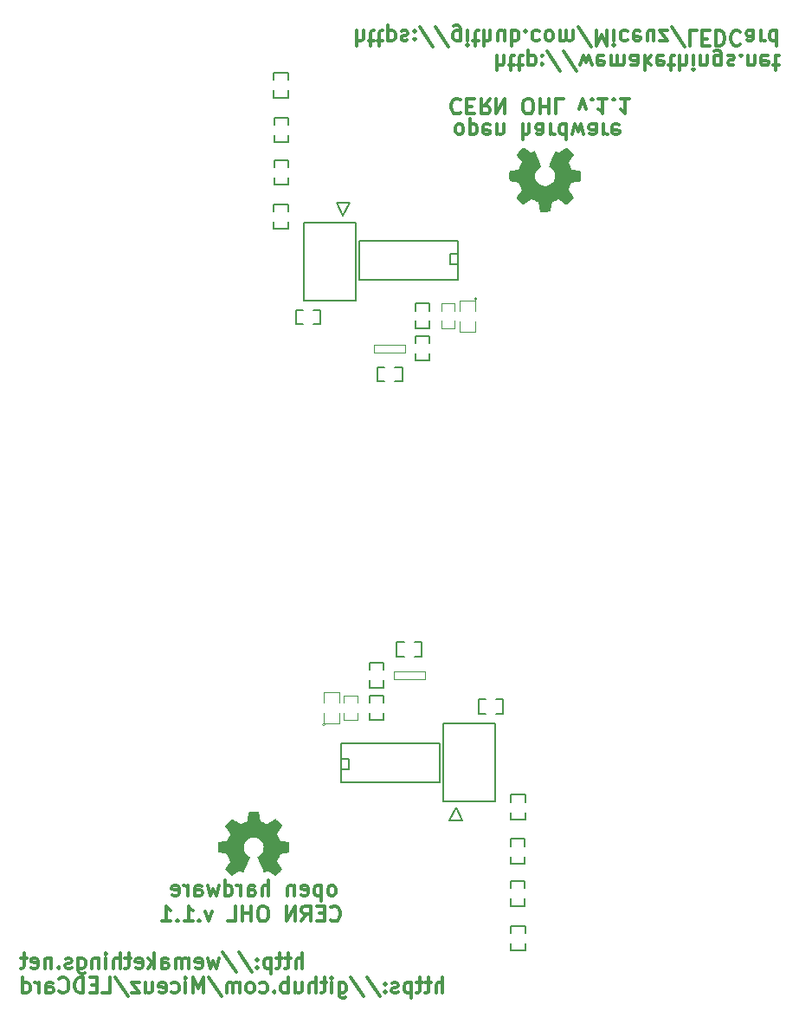
<source format=gbo>
G04 (created by PCBNEW (2013-mar-13)-testing) date Sat 12 Oct 2013 01:57:42 PM CEST*
%MOIN*%
G04 Gerber Fmt 3.4, Leading zero omitted, Abs format*
%FSLAX34Y34*%
G01*
G70*
G90*
G04 APERTURE LIST*
%ADD10C,0.005906*%
%ADD11C,0.011811*%
%ADD12C,0.000100*%
%ADD13C,0.005000*%
%ADD14C,0.004700*%
%ADD15C,0.008000*%
%ADD16C,0.003900*%
G04 APERTURE END LIST*
G54D10*
G54D11*
X21062Y-42314D02*
X21119Y-42286D01*
X21147Y-42258D01*
X21175Y-42201D01*
X21175Y-42033D01*
X21147Y-41976D01*
X21119Y-41948D01*
X21062Y-41920D01*
X20978Y-41920D01*
X20922Y-41948D01*
X20894Y-41976D01*
X20866Y-42033D01*
X20866Y-42201D01*
X20894Y-42258D01*
X20922Y-42286D01*
X20978Y-42314D01*
X21062Y-42314D01*
X20613Y-41920D02*
X20613Y-42511D01*
X20613Y-41948D02*
X20556Y-41920D01*
X20444Y-41920D01*
X20388Y-41948D01*
X20359Y-41976D01*
X20331Y-42033D01*
X20331Y-42201D01*
X20359Y-42258D01*
X20388Y-42286D01*
X20444Y-42314D01*
X20556Y-42314D01*
X20613Y-42286D01*
X19853Y-42286D02*
X19910Y-42314D01*
X20022Y-42314D01*
X20078Y-42286D01*
X20106Y-42230D01*
X20106Y-42005D01*
X20078Y-41948D01*
X20022Y-41920D01*
X19910Y-41920D01*
X19853Y-41948D01*
X19825Y-42005D01*
X19825Y-42061D01*
X20106Y-42117D01*
X19572Y-41920D02*
X19572Y-42314D01*
X19572Y-41976D02*
X19544Y-41948D01*
X19488Y-41920D01*
X19403Y-41920D01*
X19347Y-41948D01*
X19319Y-42005D01*
X19319Y-42314D01*
X18588Y-42314D02*
X18588Y-41723D01*
X18335Y-42314D02*
X18335Y-42005D01*
X18363Y-41948D01*
X18419Y-41920D01*
X18503Y-41920D01*
X18560Y-41948D01*
X18588Y-41976D01*
X17800Y-42314D02*
X17800Y-42005D01*
X17829Y-41948D01*
X17885Y-41920D01*
X17997Y-41920D01*
X18053Y-41948D01*
X17800Y-42286D02*
X17857Y-42314D01*
X17997Y-42314D01*
X18053Y-42286D01*
X18082Y-42230D01*
X18082Y-42173D01*
X18053Y-42117D01*
X17997Y-42089D01*
X17857Y-42089D01*
X17800Y-42061D01*
X17519Y-42314D02*
X17519Y-41920D01*
X17519Y-42033D02*
X17491Y-41976D01*
X17463Y-41948D01*
X17407Y-41920D01*
X17350Y-41920D01*
X16901Y-42314D02*
X16901Y-41723D01*
X16901Y-42286D02*
X16957Y-42314D01*
X17069Y-42314D01*
X17125Y-42286D01*
X17154Y-42258D01*
X17182Y-42201D01*
X17182Y-42033D01*
X17154Y-41976D01*
X17125Y-41948D01*
X17069Y-41920D01*
X16957Y-41920D01*
X16901Y-41948D01*
X16676Y-41920D02*
X16563Y-42314D01*
X16451Y-42033D01*
X16338Y-42314D01*
X16226Y-41920D01*
X15748Y-42314D02*
X15748Y-42005D01*
X15776Y-41948D01*
X15832Y-41920D01*
X15944Y-41920D01*
X16001Y-41948D01*
X15748Y-42286D02*
X15804Y-42314D01*
X15944Y-42314D01*
X16001Y-42286D01*
X16029Y-42230D01*
X16029Y-42173D01*
X16001Y-42117D01*
X15944Y-42089D01*
X15804Y-42089D01*
X15748Y-42061D01*
X15466Y-42314D02*
X15466Y-41920D01*
X15466Y-42033D02*
X15438Y-41976D01*
X15410Y-41948D01*
X15354Y-41920D01*
X15298Y-41920D01*
X14876Y-42286D02*
X14932Y-42314D01*
X15044Y-42314D01*
X15101Y-42286D01*
X15129Y-42230D01*
X15129Y-42005D01*
X15101Y-41948D01*
X15044Y-41920D01*
X14932Y-41920D01*
X14876Y-41948D01*
X14848Y-42005D01*
X14848Y-42061D01*
X15129Y-42117D01*
X20978Y-43242D02*
X21006Y-43270D01*
X21091Y-43298D01*
X21147Y-43298D01*
X21231Y-43270D01*
X21287Y-43214D01*
X21316Y-43158D01*
X21344Y-43045D01*
X21344Y-42961D01*
X21316Y-42848D01*
X21287Y-42792D01*
X21231Y-42736D01*
X21147Y-42708D01*
X21091Y-42708D01*
X21006Y-42736D01*
X20978Y-42764D01*
X20725Y-42989D02*
X20528Y-42989D01*
X20444Y-43298D02*
X20725Y-43298D01*
X20725Y-42708D01*
X20444Y-42708D01*
X19853Y-43298D02*
X20050Y-43017D01*
X20191Y-43298D02*
X20191Y-42708D01*
X19966Y-42708D01*
X19910Y-42736D01*
X19881Y-42764D01*
X19853Y-42820D01*
X19853Y-42904D01*
X19881Y-42961D01*
X19910Y-42989D01*
X19966Y-43017D01*
X20191Y-43017D01*
X19600Y-43298D02*
X19600Y-42708D01*
X19263Y-43298D01*
X19263Y-42708D01*
X18419Y-42708D02*
X18307Y-42708D01*
X18250Y-42736D01*
X18194Y-42792D01*
X18166Y-42904D01*
X18166Y-43101D01*
X18194Y-43214D01*
X18250Y-43270D01*
X18307Y-43298D01*
X18419Y-43298D01*
X18475Y-43270D01*
X18532Y-43214D01*
X18560Y-43101D01*
X18560Y-42904D01*
X18532Y-42792D01*
X18475Y-42736D01*
X18419Y-42708D01*
X17913Y-43298D02*
X17913Y-42708D01*
X17913Y-42989D02*
X17575Y-42989D01*
X17575Y-43298D02*
X17575Y-42708D01*
X17013Y-43298D02*
X17294Y-43298D01*
X17294Y-42708D01*
X16422Y-42904D02*
X16282Y-43298D01*
X16141Y-42904D01*
X15916Y-43242D02*
X15888Y-43270D01*
X15916Y-43298D01*
X15944Y-43270D01*
X15916Y-43242D01*
X15916Y-43298D01*
X15326Y-43298D02*
X15663Y-43298D01*
X15494Y-43298D02*
X15494Y-42708D01*
X15551Y-42792D01*
X15607Y-42848D01*
X15663Y-42876D01*
X15073Y-43242D02*
X15044Y-43270D01*
X15073Y-43298D01*
X15101Y-43270D01*
X15073Y-43242D01*
X15073Y-43298D01*
X14482Y-43298D02*
X14820Y-43298D01*
X14651Y-43298D02*
X14651Y-42708D01*
X14707Y-42792D01*
X14763Y-42848D01*
X14820Y-42876D01*
X19887Y-45109D02*
X19887Y-44519D01*
X19634Y-45109D02*
X19634Y-44800D01*
X19662Y-44744D01*
X19718Y-44715D01*
X19803Y-44715D01*
X19859Y-44744D01*
X19887Y-44772D01*
X19437Y-44715D02*
X19212Y-44715D01*
X19353Y-44519D02*
X19353Y-45025D01*
X19325Y-45081D01*
X19268Y-45109D01*
X19212Y-45109D01*
X19100Y-44715D02*
X18875Y-44715D01*
X19015Y-44519D02*
X19015Y-45025D01*
X18987Y-45081D01*
X18931Y-45109D01*
X18875Y-45109D01*
X18678Y-44715D02*
X18678Y-45306D01*
X18678Y-44744D02*
X18622Y-44715D01*
X18509Y-44715D01*
X18453Y-44744D01*
X18425Y-44772D01*
X18397Y-44828D01*
X18397Y-44997D01*
X18425Y-45053D01*
X18453Y-45081D01*
X18509Y-45109D01*
X18622Y-45109D01*
X18678Y-45081D01*
X18143Y-45053D02*
X18115Y-45081D01*
X18143Y-45109D01*
X18172Y-45081D01*
X18143Y-45053D01*
X18143Y-45109D01*
X18143Y-44744D02*
X18115Y-44772D01*
X18143Y-44800D01*
X18172Y-44772D01*
X18143Y-44744D01*
X18143Y-44800D01*
X17440Y-44491D02*
X17947Y-45250D01*
X16822Y-44491D02*
X17328Y-45250D01*
X16681Y-44715D02*
X16569Y-45109D01*
X16456Y-44828D01*
X16344Y-45109D01*
X16231Y-44715D01*
X15781Y-45081D02*
X15838Y-45109D01*
X15950Y-45109D01*
X16006Y-45081D01*
X16034Y-45025D01*
X16034Y-44800D01*
X16006Y-44744D01*
X15950Y-44715D01*
X15838Y-44715D01*
X15781Y-44744D01*
X15753Y-44800D01*
X15753Y-44856D01*
X16034Y-44912D01*
X15500Y-45109D02*
X15500Y-44715D01*
X15500Y-44772D02*
X15472Y-44744D01*
X15416Y-44715D01*
X15331Y-44715D01*
X15275Y-44744D01*
X15247Y-44800D01*
X15247Y-45109D01*
X15247Y-44800D02*
X15219Y-44744D01*
X15163Y-44715D01*
X15078Y-44715D01*
X15022Y-44744D01*
X14994Y-44800D01*
X14994Y-45109D01*
X14460Y-45109D02*
X14460Y-44800D01*
X14488Y-44744D01*
X14544Y-44715D01*
X14656Y-44715D01*
X14713Y-44744D01*
X14460Y-45081D02*
X14516Y-45109D01*
X14656Y-45109D01*
X14713Y-45081D01*
X14741Y-45025D01*
X14741Y-44969D01*
X14713Y-44912D01*
X14656Y-44884D01*
X14516Y-44884D01*
X14460Y-44856D01*
X14178Y-45109D02*
X14178Y-44519D01*
X14122Y-44884D02*
X13953Y-45109D01*
X13953Y-44715D02*
X14178Y-44940D01*
X13475Y-45081D02*
X13532Y-45109D01*
X13644Y-45109D01*
X13700Y-45081D01*
X13728Y-45025D01*
X13728Y-44800D01*
X13700Y-44744D01*
X13644Y-44715D01*
X13532Y-44715D01*
X13475Y-44744D01*
X13447Y-44800D01*
X13447Y-44856D01*
X13728Y-44912D01*
X13278Y-44715D02*
X13053Y-44715D01*
X13194Y-44519D02*
X13194Y-45025D01*
X13166Y-45081D01*
X13110Y-45109D01*
X13053Y-45109D01*
X12857Y-45109D02*
X12857Y-44519D01*
X12604Y-45109D02*
X12604Y-44800D01*
X12632Y-44744D01*
X12688Y-44715D01*
X12772Y-44715D01*
X12829Y-44744D01*
X12857Y-44772D01*
X12322Y-45109D02*
X12322Y-44715D01*
X12322Y-44519D02*
X12350Y-44547D01*
X12322Y-44575D01*
X12294Y-44547D01*
X12322Y-44519D01*
X12322Y-44575D01*
X12041Y-44715D02*
X12041Y-45109D01*
X12041Y-44772D02*
X12013Y-44744D01*
X11957Y-44715D01*
X11872Y-44715D01*
X11816Y-44744D01*
X11788Y-44800D01*
X11788Y-45109D01*
X11254Y-44715D02*
X11254Y-45194D01*
X11282Y-45250D01*
X11310Y-45278D01*
X11366Y-45306D01*
X11451Y-45306D01*
X11507Y-45278D01*
X11254Y-45081D02*
X11310Y-45109D01*
X11422Y-45109D01*
X11479Y-45081D01*
X11507Y-45053D01*
X11535Y-44997D01*
X11535Y-44828D01*
X11507Y-44772D01*
X11479Y-44744D01*
X11422Y-44715D01*
X11310Y-44715D01*
X11254Y-44744D01*
X11001Y-45081D02*
X10944Y-45109D01*
X10832Y-45109D01*
X10776Y-45081D01*
X10748Y-45025D01*
X10748Y-44997D01*
X10776Y-44940D01*
X10832Y-44912D01*
X10916Y-44912D01*
X10973Y-44884D01*
X11001Y-44828D01*
X11001Y-44800D01*
X10973Y-44744D01*
X10916Y-44715D01*
X10832Y-44715D01*
X10776Y-44744D01*
X10494Y-45053D02*
X10466Y-45081D01*
X10494Y-45109D01*
X10523Y-45081D01*
X10494Y-45053D01*
X10494Y-45109D01*
X10213Y-44715D02*
X10213Y-45109D01*
X10213Y-44772D02*
X10185Y-44744D01*
X10129Y-44715D01*
X10044Y-44715D01*
X9988Y-44744D01*
X9960Y-44800D01*
X9960Y-45109D01*
X9454Y-45081D02*
X9510Y-45109D01*
X9623Y-45109D01*
X9679Y-45081D01*
X9707Y-45025D01*
X9707Y-44800D01*
X9679Y-44744D01*
X9623Y-44715D01*
X9510Y-44715D01*
X9454Y-44744D01*
X9426Y-44800D01*
X9426Y-44856D01*
X9707Y-44912D01*
X9257Y-44715D02*
X9032Y-44715D01*
X9173Y-44519D02*
X9173Y-45025D01*
X9145Y-45081D01*
X9088Y-45109D01*
X9032Y-45109D01*
X25286Y-46054D02*
X25286Y-45464D01*
X25033Y-46054D02*
X25033Y-45745D01*
X25061Y-45688D01*
X25118Y-45660D01*
X25202Y-45660D01*
X25258Y-45688D01*
X25286Y-45717D01*
X24836Y-45660D02*
X24611Y-45660D01*
X24752Y-45464D02*
X24752Y-45970D01*
X24724Y-46026D01*
X24668Y-46054D01*
X24611Y-46054D01*
X24499Y-45660D02*
X24274Y-45660D01*
X24415Y-45464D02*
X24415Y-45970D01*
X24386Y-46026D01*
X24330Y-46054D01*
X24274Y-46054D01*
X24077Y-45660D02*
X24077Y-46251D01*
X24077Y-45688D02*
X24021Y-45660D01*
X23908Y-45660D01*
X23852Y-45688D01*
X23824Y-45717D01*
X23796Y-45773D01*
X23796Y-45942D01*
X23824Y-45998D01*
X23852Y-46026D01*
X23908Y-46054D01*
X24021Y-46054D01*
X24077Y-46026D01*
X23571Y-46026D02*
X23515Y-46054D01*
X23402Y-46054D01*
X23346Y-46026D01*
X23318Y-45970D01*
X23318Y-45942D01*
X23346Y-45885D01*
X23402Y-45857D01*
X23487Y-45857D01*
X23543Y-45829D01*
X23571Y-45773D01*
X23571Y-45745D01*
X23543Y-45688D01*
X23487Y-45660D01*
X23402Y-45660D01*
X23346Y-45688D01*
X23065Y-45998D02*
X23037Y-46026D01*
X23065Y-46054D01*
X23093Y-46026D01*
X23065Y-45998D01*
X23065Y-46054D01*
X23065Y-45688D02*
X23037Y-45717D01*
X23065Y-45745D01*
X23093Y-45717D01*
X23065Y-45688D01*
X23065Y-45745D01*
X22362Y-45435D02*
X22868Y-46195D01*
X21743Y-45435D02*
X22249Y-46195D01*
X21293Y-45660D02*
X21293Y-46138D01*
X21321Y-46195D01*
X21349Y-46223D01*
X21406Y-46251D01*
X21490Y-46251D01*
X21546Y-46223D01*
X21293Y-46026D02*
X21349Y-46054D01*
X21462Y-46054D01*
X21518Y-46026D01*
X21546Y-45998D01*
X21574Y-45942D01*
X21574Y-45773D01*
X21546Y-45717D01*
X21518Y-45688D01*
X21462Y-45660D01*
X21349Y-45660D01*
X21293Y-45688D01*
X21012Y-46054D02*
X21012Y-45660D01*
X21012Y-45464D02*
X21040Y-45492D01*
X21012Y-45520D01*
X20984Y-45492D01*
X21012Y-45464D01*
X21012Y-45520D01*
X20815Y-45660D02*
X20590Y-45660D01*
X20731Y-45464D02*
X20731Y-45970D01*
X20703Y-46026D01*
X20646Y-46054D01*
X20590Y-46054D01*
X20393Y-46054D02*
X20393Y-45464D01*
X20140Y-46054D02*
X20140Y-45745D01*
X20168Y-45688D01*
X20224Y-45660D01*
X20309Y-45660D01*
X20365Y-45688D01*
X20393Y-45717D01*
X19606Y-45660D02*
X19606Y-46054D01*
X19859Y-45660D02*
X19859Y-45970D01*
X19831Y-46026D01*
X19775Y-46054D01*
X19690Y-46054D01*
X19634Y-46026D01*
X19606Y-45998D01*
X19325Y-46054D02*
X19325Y-45464D01*
X19325Y-45688D02*
X19268Y-45660D01*
X19156Y-45660D01*
X19100Y-45688D01*
X19071Y-45717D01*
X19043Y-45773D01*
X19043Y-45942D01*
X19071Y-45998D01*
X19100Y-46026D01*
X19156Y-46054D01*
X19268Y-46054D01*
X19325Y-46026D01*
X18790Y-45998D02*
X18762Y-46026D01*
X18790Y-46054D01*
X18818Y-46026D01*
X18790Y-45998D01*
X18790Y-46054D01*
X18256Y-46026D02*
X18312Y-46054D01*
X18425Y-46054D01*
X18481Y-46026D01*
X18509Y-45998D01*
X18537Y-45942D01*
X18537Y-45773D01*
X18509Y-45717D01*
X18481Y-45688D01*
X18425Y-45660D01*
X18312Y-45660D01*
X18256Y-45688D01*
X17919Y-46054D02*
X17975Y-46026D01*
X18003Y-45998D01*
X18031Y-45942D01*
X18031Y-45773D01*
X18003Y-45717D01*
X17975Y-45688D01*
X17919Y-45660D01*
X17834Y-45660D01*
X17778Y-45688D01*
X17750Y-45717D01*
X17722Y-45773D01*
X17722Y-45942D01*
X17750Y-45998D01*
X17778Y-46026D01*
X17834Y-46054D01*
X17919Y-46054D01*
X17469Y-46054D02*
X17469Y-45660D01*
X17469Y-45717D02*
X17440Y-45688D01*
X17384Y-45660D01*
X17300Y-45660D01*
X17244Y-45688D01*
X17215Y-45745D01*
X17215Y-46054D01*
X17215Y-45745D02*
X17187Y-45688D01*
X17131Y-45660D01*
X17047Y-45660D01*
X16991Y-45688D01*
X16962Y-45745D01*
X16962Y-46054D01*
X16259Y-45435D02*
X16766Y-46195D01*
X16062Y-46054D02*
X16062Y-45464D01*
X15866Y-45885D01*
X15669Y-45464D01*
X15669Y-46054D01*
X15388Y-46054D02*
X15388Y-45660D01*
X15388Y-45464D02*
X15416Y-45492D01*
X15388Y-45520D01*
X15359Y-45492D01*
X15388Y-45464D01*
X15388Y-45520D01*
X14853Y-46026D02*
X14910Y-46054D01*
X15022Y-46054D01*
X15078Y-46026D01*
X15106Y-45998D01*
X15134Y-45942D01*
X15134Y-45773D01*
X15106Y-45717D01*
X15078Y-45688D01*
X15022Y-45660D01*
X14910Y-45660D01*
X14853Y-45688D01*
X14375Y-46026D02*
X14431Y-46054D01*
X14544Y-46054D01*
X14600Y-46026D01*
X14628Y-45970D01*
X14628Y-45745D01*
X14600Y-45688D01*
X14544Y-45660D01*
X14431Y-45660D01*
X14375Y-45688D01*
X14347Y-45745D01*
X14347Y-45801D01*
X14628Y-45857D01*
X13841Y-45660D02*
X13841Y-46054D01*
X14094Y-45660D02*
X14094Y-45970D01*
X14066Y-46026D01*
X14010Y-46054D01*
X13925Y-46054D01*
X13869Y-46026D01*
X13841Y-45998D01*
X13616Y-45660D02*
X13307Y-45660D01*
X13616Y-46054D01*
X13307Y-46054D01*
X12660Y-45435D02*
X13166Y-46195D01*
X12182Y-46054D02*
X12463Y-46054D01*
X12463Y-45464D01*
X11985Y-45745D02*
X11788Y-45745D01*
X11704Y-46054D02*
X11985Y-46054D01*
X11985Y-45464D01*
X11704Y-45464D01*
X11451Y-46054D02*
X11451Y-45464D01*
X11310Y-45464D01*
X11226Y-45492D01*
X11169Y-45548D01*
X11141Y-45604D01*
X11113Y-45717D01*
X11113Y-45801D01*
X11141Y-45913D01*
X11169Y-45970D01*
X11226Y-46026D01*
X11310Y-46054D01*
X11451Y-46054D01*
X10523Y-45998D02*
X10551Y-46026D01*
X10635Y-46054D01*
X10691Y-46054D01*
X10776Y-46026D01*
X10832Y-45970D01*
X10860Y-45913D01*
X10888Y-45801D01*
X10888Y-45717D01*
X10860Y-45604D01*
X10832Y-45548D01*
X10776Y-45492D01*
X10691Y-45464D01*
X10635Y-45464D01*
X10551Y-45492D01*
X10523Y-45520D01*
X10016Y-46054D02*
X10016Y-45745D01*
X10044Y-45688D01*
X10101Y-45660D01*
X10213Y-45660D01*
X10269Y-45688D01*
X10016Y-46026D02*
X10073Y-46054D01*
X10213Y-46054D01*
X10269Y-46026D01*
X10298Y-45970D01*
X10298Y-45913D01*
X10269Y-45857D01*
X10213Y-45829D01*
X10073Y-45829D01*
X10016Y-45801D01*
X9735Y-46054D02*
X9735Y-45660D01*
X9735Y-45773D02*
X9707Y-45717D01*
X9679Y-45688D01*
X9623Y-45660D01*
X9566Y-45660D01*
X9116Y-46054D02*
X9116Y-45464D01*
X9116Y-46026D02*
X9173Y-46054D01*
X9285Y-46054D01*
X9341Y-46026D01*
X9370Y-45998D01*
X9398Y-45942D01*
X9398Y-45773D01*
X9370Y-45717D01*
X9341Y-45688D01*
X9285Y-45660D01*
X9173Y-45660D01*
X9116Y-45688D01*
X25970Y-11698D02*
X25942Y-11670D01*
X25857Y-11642D01*
X25801Y-11642D01*
X25717Y-11670D01*
X25660Y-11726D01*
X25632Y-11782D01*
X25604Y-11895D01*
X25604Y-11979D01*
X25632Y-12092D01*
X25660Y-12148D01*
X25717Y-12204D01*
X25801Y-12232D01*
X25857Y-12232D01*
X25942Y-12204D01*
X25970Y-12176D01*
X26223Y-11951D02*
X26420Y-11951D01*
X26504Y-11642D02*
X26223Y-11642D01*
X26223Y-12232D01*
X26504Y-12232D01*
X27095Y-11642D02*
X26898Y-11923D01*
X26757Y-11642D02*
X26757Y-12232D01*
X26982Y-12232D01*
X27038Y-12204D01*
X27066Y-12176D01*
X27095Y-12120D01*
X27095Y-12035D01*
X27066Y-11979D01*
X27038Y-11951D01*
X26982Y-11923D01*
X26757Y-11923D01*
X27348Y-11642D02*
X27348Y-12232D01*
X27685Y-11642D01*
X27685Y-12232D01*
X28529Y-12232D02*
X28641Y-12232D01*
X28697Y-12204D01*
X28754Y-12148D01*
X28782Y-12035D01*
X28782Y-11839D01*
X28754Y-11726D01*
X28697Y-11670D01*
X28641Y-11642D01*
X28529Y-11642D01*
X28473Y-11670D01*
X28416Y-11726D01*
X28388Y-11839D01*
X28388Y-12035D01*
X28416Y-12148D01*
X28473Y-12204D01*
X28529Y-12232D01*
X29035Y-11642D02*
X29035Y-12232D01*
X29035Y-11951D02*
X29372Y-11951D01*
X29372Y-11642D02*
X29372Y-12232D01*
X29935Y-11642D02*
X29654Y-11642D01*
X29654Y-12232D01*
X30525Y-12035D02*
X30666Y-11642D01*
X30807Y-12035D01*
X31032Y-11698D02*
X31060Y-11670D01*
X31032Y-11642D01*
X31003Y-11670D01*
X31032Y-11698D01*
X31032Y-11642D01*
X31622Y-11642D02*
X31285Y-11642D01*
X31453Y-11642D02*
X31453Y-12232D01*
X31397Y-12148D01*
X31341Y-12092D01*
X31285Y-12064D01*
X31875Y-11698D02*
X31903Y-11670D01*
X31875Y-11642D01*
X31847Y-11670D01*
X31875Y-11698D01*
X31875Y-11642D01*
X32466Y-11642D02*
X32128Y-11642D01*
X32297Y-11642D02*
X32297Y-12232D01*
X32241Y-12148D01*
X32185Y-12092D01*
X32128Y-12064D01*
X25885Y-12626D02*
X25829Y-12654D01*
X25801Y-12682D01*
X25773Y-12739D01*
X25773Y-12907D01*
X25801Y-12964D01*
X25829Y-12992D01*
X25885Y-13020D01*
X25970Y-13020D01*
X26026Y-12992D01*
X26054Y-12964D01*
X26082Y-12907D01*
X26082Y-12739D01*
X26054Y-12682D01*
X26026Y-12654D01*
X25970Y-12626D01*
X25885Y-12626D01*
X26335Y-13020D02*
X26335Y-12429D01*
X26335Y-12992D02*
X26392Y-13020D01*
X26504Y-13020D01*
X26560Y-12992D01*
X26588Y-12964D01*
X26616Y-12907D01*
X26616Y-12739D01*
X26588Y-12682D01*
X26560Y-12654D01*
X26504Y-12626D01*
X26392Y-12626D01*
X26335Y-12654D01*
X27095Y-12654D02*
X27038Y-12626D01*
X26926Y-12626D01*
X26870Y-12654D01*
X26841Y-12710D01*
X26841Y-12935D01*
X26870Y-12992D01*
X26926Y-13020D01*
X27038Y-13020D01*
X27095Y-12992D01*
X27123Y-12935D01*
X27123Y-12879D01*
X26841Y-12823D01*
X27376Y-13020D02*
X27376Y-12626D01*
X27376Y-12964D02*
X27404Y-12992D01*
X27460Y-13020D01*
X27544Y-13020D01*
X27601Y-12992D01*
X27629Y-12935D01*
X27629Y-12626D01*
X28360Y-12626D02*
X28360Y-13217D01*
X28613Y-12626D02*
X28613Y-12935D01*
X28585Y-12992D01*
X28529Y-13020D01*
X28444Y-13020D01*
X28388Y-12992D01*
X28360Y-12964D01*
X29147Y-12626D02*
X29147Y-12935D01*
X29119Y-12992D01*
X29063Y-13020D01*
X28951Y-13020D01*
X28894Y-12992D01*
X29147Y-12654D02*
X29091Y-12626D01*
X28951Y-12626D01*
X28894Y-12654D01*
X28866Y-12710D01*
X28866Y-12767D01*
X28894Y-12823D01*
X28951Y-12851D01*
X29091Y-12851D01*
X29147Y-12879D01*
X29429Y-12626D02*
X29429Y-13020D01*
X29429Y-12907D02*
X29457Y-12964D01*
X29485Y-12992D01*
X29541Y-13020D01*
X29597Y-13020D01*
X30047Y-12626D02*
X30047Y-13217D01*
X30047Y-12654D02*
X29991Y-12626D01*
X29879Y-12626D01*
X29822Y-12654D01*
X29794Y-12682D01*
X29766Y-12739D01*
X29766Y-12907D01*
X29794Y-12964D01*
X29822Y-12992D01*
X29879Y-13020D01*
X29991Y-13020D01*
X30047Y-12992D01*
X30272Y-13020D02*
X30385Y-12626D01*
X30497Y-12907D01*
X30610Y-12626D01*
X30722Y-13020D01*
X31200Y-12626D02*
X31200Y-12935D01*
X31172Y-12992D01*
X31116Y-13020D01*
X31003Y-13020D01*
X30947Y-12992D01*
X31200Y-12654D02*
X31144Y-12626D01*
X31003Y-12626D01*
X30947Y-12654D01*
X30919Y-12710D01*
X30919Y-12767D01*
X30947Y-12823D01*
X31003Y-12851D01*
X31144Y-12851D01*
X31200Y-12879D01*
X31482Y-12626D02*
X31482Y-13020D01*
X31482Y-12907D02*
X31510Y-12964D01*
X31538Y-12992D01*
X31594Y-13020D01*
X31650Y-13020D01*
X32072Y-12654D02*
X32016Y-12626D01*
X31903Y-12626D01*
X31847Y-12654D01*
X31819Y-12710D01*
X31819Y-12935D01*
X31847Y-12992D01*
X31903Y-13020D01*
X32016Y-13020D01*
X32072Y-12992D01*
X32100Y-12935D01*
X32100Y-12879D01*
X31819Y-12823D01*
X27376Y-9969D02*
X27376Y-10559D01*
X27629Y-9969D02*
X27629Y-10278D01*
X27601Y-10334D01*
X27544Y-10362D01*
X27460Y-10362D01*
X27404Y-10334D01*
X27376Y-10306D01*
X27826Y-10362D02*
X28051Y-10362D01*
X27910Y-10559D02*
X27910Y-10053D01*
X27938Y-9997D01*
X27994Y-9969D01*
X28051Y-9969D01*
X28163Y-10362D02*
X28388Y-10362D01*
X28248Y-10559D02*
X28248Y-10053D01*
X28276Y-9997D01*
X28332Y-9969D01*
X28388Y-9969D01*
X28585Y-10362D02*
X28585Y-9772D01*
X28585Y-10334D02*
X28641Y-10362D01*
X28754Y-10362D01*
X28810Y-10334D01*
X28838Y-10306D01*
X28866Y-10250D01*
X28866Y-10081D01*
X28838Y-10025D01*
X28810Y-9997D01*
X28754Y-9969D01*
X28641Y-9969D01*
X28585Y-9997D01*
X29119Y-10025D02*
X29147Y-9997D01*
X29119Y-9969D01*
X29091Y-9997D01*
X29119Y-10025D01*
X29119Y-9969D01*
X29119Y-10334D02*
X29147Y-10306D01*
X29119Y-10278D01*
X29091Y-10306D01*
X29119Y-10334D01*
X29119Y-10278D01*
X29822Y-10587D02*
X29316Y-9828D01*
X30441Y-10587D02*
X29935Y-9828D01*
X30582Y-10362D02*
X30694Y-9969D01*
X30807Y-10250D01*
X30919Y-9969D01*
X31032Y-10362D01*
X31482Y-9997D02*
X31425Y-9969D01*
X31313Y-9969D01*
X31257Y-9997D01*
X31228Y-10053D01*
X31228Y-10278D01*
X31257Y-10334D01*
X31313Y-10362D01*
X31425Y-10362D01*
X31482Y-10334D01*
X31510Y-10278D01*
X31510Y-10222D01*
X31228Y-10165D01*
X31763Y-9969D02*
X31763Y-10362D01*
X31763Y-10306D02*
X31791Y-10334D01*
X31847Y-10362D01*
X31931Y-10362D01*
X31988Y-10334D01*
X32016Y-10278D01*
X32016Y-9969D01*
X32016Y-10278D02*
X32044Y-10334D01*
X32100Y-10362D01*
X32185Y-10362D01*
X32241Y-10334D01*
X32269Y-10278D01*
X32269Y-9969D01*
X32803Y-9969D02*
X32803Y-10278D01*
X32775Y-10334D01*
X32719Y-10362D01*
X32606Y-10362D01*
X32550Y-10334D01*
X32803Y-9997D02*
X32747Y-9969D01*
X32606Y-9969D01*
X32550Y-9997D01*
X32522Y-10053D01*
X32522Y-10109D01*
X32550Y-10165D01*
X32606Y-10194D01*
X32747Y-10194D01*
X32803Y-10222D01*
X33084Y-9969D02*
X33084Y-10559D01*
X33141Y-10194D02*
X33309Y-9969D01*
X33309Y-10362D02*
X33084Y-10137D01*
X33787Y-9997D02*
X33731Y-9969D01*
X33619Y-9969D01*
X33562Y-9997D01*
X33534Y-10053D01*
X33534Y-10278D01*
X33562Y-10334D01*
X33619Y-10362D01*
X33731Y-10362D01*
X33787Y-10334D01*
X33816Y-10278D01*
X33816Y-10222D01*
X33534Y-10165D01*
X33984Y-10362D02*
X34209Y-10362D01*
X34069Y-10559D02*
X34069Y-10053D01*
X34097Y-9997D01*
X34153Y-9969D01*
X34209Y-9969D01*
X34406Y-9969D02*
X34406Y-10559D01*
X34659Y-9969D02*
X34659Y-10278D01*
X34631Y-10334D01*
X34575Y-10362D01*
X34491Y-10362D01*
X34434Y-10334D01*
X34406Y-10306D01*
X34940Y-9969D02*
X34940Y-10362D01*
X34940Y-10559D02*
X34912Y-10531D01*
X34940Y-10503D01*
X34969Y-10531D01*
X34940Y-10559D01*
X34940Y-10503D01*
X35222Y-10362D02*
X35222Y-9969D01*
X35222Y-10306D02*
X35250Y-10334D01*
X35306Y-10362D01*
X35390Y-10362D01*
X35447Y-10334D01*
X35475Y-10278D01*
X35475Y-9969D01*
X36009Y-10362D02*
X36009Y-9884D01*
X35981Y-9828D01*
X35953Y-9800D01*
X35897Y-9772D01*
X35812Y-9772D01*
X35756Y-9800D01*
X36009Y-9997D02*
X35953Y-9969D01*
X35840Y-9969D01*
X35784Y-9997D01*
X35756Y-10025D01*
X35728Y-10081D01*
X35728Y-10250D01*
X35756Y-10306D01*
X35784Y-10334D01*
X35840Y-10362D01*
X35953Y-10362D01*
X36009Y-10334D01*
X36262Y-9997D02*
X36318Y-9969D01*
X36431Y-9969D01*
X36487Y-9997D01*
X36515Y-10053D01*
X36515Y-10081D01*
X36487Y-10137D01*
X36431Y-10165D01*
X36347Y-10165D01*
X36290Y-10194D01*
X36262Y-10250D01*
X36262Y-10278D01*
X36290Y-10334D01*
X36347Y-10362D01*
X36431Y-10362D01*
X36487Y-10334D01*
X36768Y-10025D02*
X36796Y-9997D01*
X36768Y-9969D01*
X36740Y-9997D01*
X36768Y-10025D01*
X36768Y-9969D01*
X37050Y-10362D02*
X37050Y-9969D01*
X37050Y-10306D02*
X37078Y-10334D01*
X37134Y-10362D01*
X37218Y-10362D01*
X37275Y-10334D01*
X37303Y-10278D01*
X37303Y-9969D01*
X37809Y-9997D02*
X37753Y-9969D01*
X37640Y-9969D01*
X37584Y-9997D01*
X37556Y-10053D01*
X37556Y-10278D01*
X37584Y-10334D01*
X37640Y-10362D01*
X37753Y-10362D01*
X37809Y-10334D01*
X37837Y-10278D01*
X37837Y-10222D01*
X37556Y-10165D01*
X38006Y-10362D02*
X38231Y-10362D01*
X38090Y-10559D02*
X38090Y-10053D01*
X38118Y-9997D01*
X38174Y-9969D01*
X38231Y-9969D01*
X21976Y-9024D02*
X21976Y-9614D01*
X22230Y-9024D02*
X22230Y-9333D01*
X22201Y-9389D01*
X22145Y-9417D01*
X22061Y-9417D01*
X22005Y-9389D01*
X21976Y-9361D01*
X22426Y-9417D02*
X22651Y-9417D01*
X22511Y-9614D02*
X22511Y-9108D01*
X22539Y-9052D01*
X22595Y-9024D01*
X22651Y-9024D01*
X22764Y-9417D02*
X22989Y-9417D01*
X22848Y-9614D02*
X22848Y-9108D01*
X22876Y-9052D01*
X22933Y-9024D01*
X22989Y-9024D01*
X23186Y-9417D02*
X23186Y-8827D01*
X23186Y-9389D02*
X23242Y-9417D01*
X23354Y-9417D01*
X23411Y-9389D01*
X23439Y-9361D01*
X23467Y-9305D01*
X23467Y-9136D01*
X23439Y-9080D01*
X23411Y-9052D01*
X23354Y-9024D01*
X23242Y-9024D01*
X23186Y-9052D01*
X23692Y-9052D02*
X23748Y-9024D01*
X23861Y-9024D01*
X23917Y-9052D01*
X23945Y-9108D01*
X23945Y-9136D01*
X23917Y-9192D01*
X23861Y-9221D01*
X23776Y-9221D01*
X23720Y-9249D01*
X23692Y-9305D01*
X23692Y-9333D01*
X23720Y-9389D01*
X23776Y-9417D01*
X23861Y-9417D01*
X23917Y-9389D01*
X24198Y-9080D02*
X24226Y-9052D01*
X24198Y-9024D01*
X24170Y-9052D01*
X24198Y-9080D01*
X24198Y-9024D01*
X24198Y-9389D02*
X24226Y-9361D01*
X24198Y-9333D01*
X24170Y-9361D01*
X24198Y-9389D01*
X24198Y-9333D01*
X24901Y-9642D02*
X24395Y-8883D01*
X25520Y-9642D02*
X25014Y-8883D01*
X25970Y-9417D02*
X25970Y-8939D01*
X25942Y-8883D01*
X25913Y-8855D01*
X25857Y-8827D01*
X25773Y-8827D01*
X25717Y-8855D01*
X25970Y-9052D02*
X25913Y-9024D01*
X25801Y-9024D01*
X25745Y-9052D01*
X25717Y-9080D01*
X25688Y-9136D01*
X25688Y-9305D01*
X25717Y-9361D01*
X25745Y-9389D01*
X25801Y-9417D01*
X25913Y-9417D01*
X25970Y-9389D01*
X26251Y-9024D02*
X26251Y-9417D01*
X26251Y-9614D02*
X26223Y-9586D01*
X26251Y-9558D01*
X26279Y-9586D01*
X26251Y-9614D01*
X26251Y-9558D01*
X26448Y-9417D02*
X26673Y-9417D01*
X26532Y-9614D02*
X26532Y-9108D01*
X26560Y-9052D01*
X26616Y-9024D01*
X26673Y-9024D01*
X26870Y-9024D02*
X26870Y-9614D01*
X27123Y-9024D02*
X27123Y-9333D01*
X27095Y-9389D01*
X27038Y-9417D01*
X26954Y-9417D01*
X26898Y-9389D01*
X26870Y-9361D01*
X27657Y-9417D02*
X27657Y-9024D01*
X27404Y-9417D02*
X27404Y-9108D01*
X27432Y-9052D01*
X27488Y-9024D01*
X27573Y-9024D01*
X27629Y-9052D01*
X27657Y-9080D01*
X27938Y-9024D02*
X27938Y-9614D01*
X27938Y-9389D02*
X27994Y-9417D01*
X28107Y-9417D01*
X28163Y-9389D01*
X28191Y-9361D01*
X28219Y-9305D01*
X28219Y-9136D01*
X28191Y-9080D01*
X28163Y-9052D01*
X28107Y-9024D01*
X27994Y-9024D01*
X27938Y-9052D01*
X28473Y-9080D02*
X28501Y-9052D01*
X28473Y-9024D01*
X28444Y-9052D01*
X28473Y-9080D01*
X28473Y-9024D01*
X29007Y-9052D02*
X28951Y-9024D01*
X28838Y-9024D01*
X28782Y-9052D01*
X28754Y-9080D01*
X28726Y-9136D01*
X28726Y-9305D01*
X28754Y-9361D01*
X28782Y-9389D01*
X28838Y-9417D01*
X28951Y-9417D01*
X29007Y-9389D01*
X29344Y-9024D02*
X29288Y-9052D01*
X29260Y-9080D01*
X29232Y-9136D01*
X29232Y-9305D01*
X29260Y-9361D01*
X29288Y-9389D01*
X29344Y-9417D01*
X29429Y-9417D01*
X29485Y-9389D01*
X29513Y-9361D01*
X29541Y-9305D01*
X29541Y-9136D01*
X29513Y-9080D01*
X29485Y-9052D01*
X29429Y-9024D01*
X29344Y-9024D01*
X29794Y-9024D02*
X29794Y-9417D01*
X29794Y-9361D02*
X29822Y-9389D01*
X29879Y-9417D01*
X29963Y-9417D01*
X30019Y-9389D01*
X30047Y-9333D01*
X30047Y-9024D01*
X30047Y-9333D02*
X30075Y-9389D01*
X30132Y-9417D01*
X30216Y-9417D01*
X30272Y-9389D01*
X30300Y-9333D01*
X30300Y-9024D01*
X31003Y-9642D02*
X30497Y-8883D01*
X31200Y-9024D02*
X31200Y-9614D01*
X31397Y-9192D01*
X31594Y-9614D01*
X31594Y-9024D01*
X31875Y-9024D02*
X31875Y-9417D01*
X31875Y-9614D02*
X31847Y-9586D01*
X31875Y-9558D01*
X31903Y-9586D01*
X31875Y-9614D01*
X31875Y-9558D01*
X32410Y-9052D02*
X32353Y-9024D01*
X32241Y-9024D01*
X32185Y-9052D01*
X32156Y-9080D01*
X32128Y-9136D01*
X32128Y-9305D01*
X32156Y-9361D01*
X32185Y-9389D01*
X32241Y-9417D01*
X32353Y-9417D01*
X32410Y-9389D01*
X32888Y-9052D02*
X32831Y-9024D01*
X32719Y-9024D01*
X32663Y-9052D01*
X32634Y-9108D01*
X32634Y-9333D01*
X32663Y-9389D01*
X32719Y-9417D01*
X32831Y-9417D01*
X32888Y-9389D01*
X32916Y-9333D01*
X32916Y-9277D01*
X32634Y-9221D01*
X33422Y-9417D02*
X33422Y-9024D01*
X33169Y-9417D02*
X33169Y-9108D01*
X33197Y-9052D01*
X33253Y-9024D01*
X33338Y-9024D01*
X33394Y-9052D01*
X33422Y-9080D01*
X33647Y-9417D02*
X33956Y-9417D01*
X33647Y-9024D01*
X33956Y-9024D01*
X34603Y-9642D02*
X34097Y-8883D01*
X35081Y-9024D02*
X34800Y-9024D01*
X34800Y-9614D01*
X35278Y-9333D02*
X35475Y-9333D01*
X35559Y-9024D02*
X35278Y-9024D01*
X35278Y-9614D01*
X35559Y-9614D01*
X35812Y-9024D02*
X35812Y-9614D01*
X35953Y-9614D01*
X36037Y-9586D01*
X36093Y-9530D01*
X36122Y-9474D01*
X36150Y-9361D01*
X36150Y-9277D01*
X36122Y-9164D01*
X36093Y-9108D01*
X36037Y-9052D01*
X35953Y-9024D01*
X35812Y-9024D01*
X36740Y-9080D02*
X36712Y-9052D01*
X36628Y-9024D01*
X36571Y-9024D01*
X36487Y-9052D01*
X36431Y-9108D01*
X36403Y-9164D01*
X36375Y-9277D01*
X36375Y-9361D01*
X36403Y-9474D01*
X36431Y-9530D01*
X36487Y-9586D01*
X36571Y-9614D01*
X36628Y-9614D01*
X36712Y-9586D01*
X36740Y-9558D01*
X37246Y-9024D02*
X37246Y-9333D01*
X37218Y-9389D01*
X37162Y-9417D01*
X37050Y-9417D01*
X36993Y-9389D01*
X37246Y-9052D02*
X37190Y-9024D01*
X37050Y-9024D01*
X36993Y-9052D01*
X36965Y-9108D01*
X36965Y-9164D01*
X36993Y-9221D01*
X37050Y-9249D01*
X37190Y-9249D01*
X37246Y-9277D01*
X37528Y-9024D02*
X37528Y-9417D01*
X37528Y-9305D02*
X37556Y-9361D01*
X37584Y-9389D01*
X37640Y-9417D01*
X37696Y-9417D01*
X38146Y-9024D02*
X38146Y-9614D01*
X38146Y-9052D02*
X38090Y-9024D01*
X37978Y-9024D01*
X37921Y-9052D01*
X37893Y-9080D01*
X37865Y-9136D01*
X37865Y-9305D01*
X37893Y-9361D01*
X37921Y-9389D01*
X37978Y-9417D01*
X38090Y-9417D01*
X38146Y-9389D01*
G54D12*
G36*
X17176Y-41552D02*
X17190Y-41544D01*
X17223Y-41524D01*
X17269Y-41494D01*
X17323Y-41457D01*
X17378Y-41420D01*
X17422Y-41390D01*
X17454Y-41370D01*
X17467Y-41363D01*
X17474Y-41365D01*
X17500Y-41378D01*
X17538Y-41397D01*
X17559Y-41409D01*
X17594Y-41424D01*
X17611Y-41427D01*
X17614Y-41422D01*
X17627Y-41395D01*
X17647Y-41350D01*
X17673Y-41291D01*
X17702Y-41221D01*
X17734Y-41145D01*
X17766Y-41068D01*
X17797Y-40995D01*
X17824Y-40929D01*
X17845Y-40875D01*
X17860Y-40838D01*
X17865Y-40822D01*
X17863Y-40819D01*
X17846Y-40802D01*
X17816Y-40779D01*
X17751Y-40726D01*
X17686Y-40646D01*
X17647Y-40555D01*
X17634Y-40453D01*
X17645Y-40359D01*
X17682Y-40269D01*
X17745Y-40188D01*
X17821Y-40128D01*
X17911Y-40089D01*
X18011Y-40077D01*
X18107Y-40088D01*
X18199Y-40124D01*
X18280Y-40186D01*
X18315Y-40226D01*
X18362Y-40308D01*
X18389Y-40396D01*
X18392Y-40418D01*
X18388Y-40515D01*
X18359Y-40608D01*
X18308Y-40691D01*
X18237Y-40759D01*
X18228Y-40765D01*
X18195Y-40790D01*
X18173Y-40807D01*
X18156Y-40821D01*
X18279Y-41117D01*
X18299Y-41165D01*
X18333Y-41246D01*
X18363Y-41316D01*
X18386Y-41371D01*
X18403Y-41408D01*
X18410Y-41423D01*
X18411Y-41424D01*
X18422Y-41426D01*
X18444Y-41418D01*
X18486Y-41398D01*
X18513Y-41384D01*
X18545Y-41368D01*
X18559Y-41363D01*
X18571Y-41369D01*
X18601Y-41389D01*
X18645Y-41418D01*
X18698Y-41454D01*
X18749Y-41489D01*
X18795Y-41519D01*
X18829Y-41541D01*
X18845Y-41550D01*
X18848Y-41550D01*
X18863Y-41542D01*
X18889Y-41519D01*
X18930Y-41481D01*
X18987Y-41425D01*
X18996Y-41416D01*
X19043Y-41368D01*
X19081Y-41328D01*
X19106Y-41300D01*
X19116Y-41287D01*
X19116Y-41287D01*
X19107Y-41271D01*
X19086Y-41237D01*
X19055Y-41190D01*
X19017Y-41135D01*
X18919Y-40992D01*
X18973Y-40857D01*
X18990Y-40816D01*
X19011Y-40766D01*
X19026Y-40730D01*
X19034Y-40715D01*
X19049Y-40709D01*
X19086Y-40701D01*
X19139Y-40690D01*
X19203Y-40678D01*
X19264Y-40666D01*
X19319Y-40656D01*
X19358Y-40648D01*
X19376Y-40645D01*
X19380Y-40642D01*
X19384Y-40634D01*
X19386Y-40615D01*
X19388Y-40582D01*
X19388Y-40529D01*
X19388Y-40453D01*
X19388Y-40445D01*
X19388Y-40372D01*
X19386Y-40315D01*
X19384Y-40277D01*
X19382Y-40262D01*
X19382Y-40262D01*
X19365Y-40258D01*
X19326Y-40250D01*
X19271Y-40239D01*
X19206Y-40227D01*
X19202Y-40226D01*
X19136Y-40213D01*
X19082Y-40202D01*
X19044Y-40193D01*
X19027Y-40188D01*
X19024Y-40184D01*
X19011Y-40158D01*
X18992Y-40118D01*
X18971Y-40068D01*
X18949Y-40017D01*
X18931Y-39971D01*
X18919Y-39937D01*
X18915Y-39921D01*
X18915Y-39921D01*
X18925Y-39905D01*
X18947Y-39872D01*
X18979Y-39825D01*
X19017Y-39769D01*
X19020Y-39765D01*
X19057Y-39710D01*
X19088Y-39663D01*
X19108Y-39630D01*
X19116Y-39615D01*
X19115Y-39614D01*
X19103Y-39598D01*
X19075Y-39566D01*
X19035Y-39524D01*
X18986Y-39476D01*
X18971Y-39461D01*
X18918Y-39408D01*
X18880Y-39374D01*
X18857Y-39356D01*
X18846Y-39352D01*
X18846Y-39352D01*
X18829Y-39362D01*
X18794Y-39385D01*
X18747Y-39417D01*
X18691Y-39455D01*
X18687Y-39457D01*
X18632Y-39495D01*
X18586Y-39526D01*
X18554Y-39548D01*
X18540Y-39556D01*
X18537Y-39556D01*
X18515Y-39550D01*
X18476Y-39536D01*
X18427Y-39517D01*
X18376Y-39497D01*
X18330Y-39477D01*
X18295Y-39461D01*
X18279Y-39452D01*
X18278Y-39451D01*
X18273Y-39431D01*
X18263Y-39390D01*
X18251Y-39333D01*
X18239Y-39266D01*
X18237Y-39255D01*
X18224Y-39190D01*
X18214Y-39135D01*
X18206Y-39098D01*
X18202Y-39082D01*
X18193Y-39080D01*
X18161Y-39078D01*
X18112Y-39077D01*
X18052Y-39076D01*
X17990Y-39076D01*
X17929Y-39078D01*
X17877Y-39080D01*
X17840Y-39082D01*
X17825Y-39085D01*
X17824Y-39086D01*
X17818Y-39106D01*
X17809Y-39148D01*
X17798Y-39205D01*
X17785Y-39272D01*
X17783Y-39284D01*
X17770Y-39350D01*
X17759Y-39404D01*
X17751Y-39440D01*
X17747Y-39455D01*
X17741Y-39458D01*
X17714Y-39470D01*
X17670Y-39488D01*
X17616Y-39510D01*
X17490Y-39561D01*
X17335Y-39455D01*
X17321Y-39446D01*
X17265Y-39408D01*
X17220Y-39377D01*
X17188Y-39357D01*
X17175Y-39349D01*
X17174Y-39350D01*
X17158Y-39363D01*
X17127Y-39392D01*
X17086Y-39433D01*
X17037Y-39481D01*
X17001Y-39517D01*
X16958Y-39561D01*
X16931Y-39590D01*
X16917Y-39609D01*
X16911Y-39620D01*
X16913Y-39627D01*
X16923Y-39643D01*
X16945Y-39677D01*
X16977Y-39724D01*
X17015Y-39779D01*
X17046Y-39825D01*
X17079Y-39877D01*
X17101Y-39914D01*
X17109Y-39932D01*
X17107Y-39939D01*
X17096Y-39970D01*
X17078Y-40015D01*
X17054Y-40070D01*
X17001Y-40192D01*
X16920Y-40208D01*
X16872Y-40217D01*
X16804Y-40230D01*
X16739Y-40243D01*
X16637Y-40262D01*
X16633Y-40635D01*
X16649Y-40642D01*
X16664Y-40646D01*
X16702Y-40654D01*
X16756Y-40665D01*
X16819Y-40677D01*
X16873Y-40687D01*
X16927Y-40698D01*
X16966Y-40705D01*
X16984Y-40709D01*
X16988Y-40715D01*
X17002Y-40741D01*
X17021Y-40783D01*
X17043Y-40833D01*
X17065Y-40886D01*
X17084Y-40934D01*
X17097Y-40971D01*
X17102Y-40990D01*
X17095Y-41004D01*
X17074Y-41036D01*
X17044Y-41082D01*
X17007Y-41136D01*
X16970Y-41190D01*
X16939Y-41236D01*
X16917Y-41269D01*
X16908Y-41284D01*
X16913Y-41295D01*
X16934Y-41321D01*
X16975Y-41363D01*
X17036Y-41423D01*
X17046Y-41433D01*
X17094Y-41479D01*
X17135Y-41517D01*
X17163Y-41542D01*
X17176Y-41552D01*
X17176Y-41552D01*
G37*
G54D13*
X23019Y-35275D02*
X23019Y-35553D01*
X23019Y-35553D02*
X22469Y-35553D01*
X22469Y-35553D02*
X22469Y-35275D01*
X23019Y-34603D02*
X23019Y-34881D01*
X23019Y-34603D02*
X22469Y-34603D01*
X22469Y-34603D02*
X22469Y-34881D01*
X23019Y-34025D02*
X23019Y-34303D01*
X23019Y-34303D02*
X22469Y-34303D01*
X22469Y-34303D02*
X22469Y-34025D01*
X23019Y-33353D02*
X23019Y-33631D01*
X23019Y-33353D02*
X22469Y-33353D01*
X22469Y-33353D02*
X22469Y-33631D01*
X23797Y-33103D02*
X23519Y-33103D01*
X23519Y-33103D02*
X23519Y-32553D01*
X23519Y-32553D02*
X23797Y-32553D01*
X24469Y-33103D02*
X24191Y-33103D01*
X24469Y-33103D02*
X24469Y-32553D01*
X24469Y-32553D02*
X24191Y-32553D01*
G54D14*
X24594Y-33678D02*
X23394Y-33678D01*
X23394Y-33678D02*
X23394Y-33978D01*
X23394Y-33978D02*
X24594Y-33978D01*
X24594Y-33978D02*
X24594Y-33678D01*
G54D15*
X21384Y-37958D02*
X25184Y-37958D01*
X25184Y-37958D02*
X25184Y-36458D01*
X25184Y-36458D02*
X21384Y-36458D01*
X21384Y-36458D02*
X21384Y-37958D01*
X21384Y-37458D02*
X21684Y-37458D01*
X21684Y-37458D02*
X21684Y-37058D01*
X21684Y-37058D02*
X21384Y-37058D01*
G54D13*
X27341Y-34753D02*
X27619Y-34753D01*
X27619Y-34753D02*
X27619Y-35303D01*
X27619Y-35303D02*
X27341Y-35303D01*
X26669Y-34753D02*
X26947Y-34753D01*
X26669Y-34753D02*
X26669Y-35303D01*
X26669Y-35303D02*
X26947Y-35303D01*
X27919Y-38706D02*
X27919Y-38428D01*
X27919Y-38428D02*
X28469Y-38428D01*
X28469Y-38428D02*
X28469Y-38706D01*
X27919Y-39378D02*
X27919Y-39100D01*
X27919Y-39378D02*
X28469Y-39378D01*
X28469Y-39378D02*
X28469Y-39100D01*
X27894Y-40406D02*
X27894Y-40128D01*
X27894Y-40128D02*
X28444Y-40128D01*
X28444Y-40128D02*
X28444Y-40406D01*
X27894Y-41078D02*
X27894Y-40800D01*
X27894Y-41078D02*
X28444Y-41078D01*
X28444Y-41078D02*
X28444Y-40800D01*
X28444Y-42425D02*
X28444Y-42703D01*
X28444Y-42703D02*
X27894Y-42703D01*
X27894Y-42703D02*
X27894Y-42425D01*
X28444Y-41753D02*
X28444Y-42031D01*
X28444Y-41753D02*
X27894Y-41753D01*
X27894Y-41753D02*
X27894Y-42031D01*
X27919Y-43756D02*
X27919Y-43478D01*
X27919Y-43478D02*
X28469Y-43478D01*
X28469Y-43478D02*
X28469Y-43756D01*
X27919Y-44428D02*
X27919Y-44150D01*
X27919Y-44428D02*
X28469Y-44428D01*
X28469Y-44428D02*
X28469Y-44150D01*
G54D16*
X20744Y-35728D02*
G75*
G03X20744Y-35728I-50J0D01*
G74*
G01*
X20694Y-35278D02*
X20694Y-35678D01*
X20694Y-35678D02*
X21294Y-35678D01*
X21294Y-35678D02*
X21294Y-35278D01*
X21294Y-34878D02*
X21294Y-34478D01*
X21294Y-34478D02*
X20694Y-34478D01*
X20694Y-34478D02*
X20694Y-34878D01*
G54D14*
X21488Y-34881D02*
X21488Y-34606D01*
X21488Y-35275D02*
X21488Y-35550D01*
X22000Y-34881D02*
X22000Y-34606D01*
X22000Y-35550D02*
X22000Y-35275D01*
X21994Y-34606D02*
X21494Y-34606D01*
X21494Y-35550D02*
X21994Y-35550D01*
G54D10*
X25804Y-38928D02*
X26054Y-39428D01*
X26054Y-39428D02*
X25554Y-39428D01*
X25554Y-39428D02*
X25804Y-38928D01*
G54D15*
X25304Y-35678D02*
X25304Y-38678D01*
X27304Y-38678D02*
X27304Y-35678D01*
X27304Y-35678D02*
X25304Y-35678D01*
X25304Y-38678D02*
X27304Y-38678D01*
G54D10*
X21440Y-16150D02*
X21190Y-15650D01*
X21190Y-15650D02*
X21690Y-15650D01*
X21690Y-15650D02*
X21440Y-16150D01*
G54D15*
X21940Y-19400D02*
X21940Y-16400D01*
X19940Y-16400D02*
X19940Y-19400D01*
X19940Y-19400D02*
X21940Y-19400D01*
X21940Y-16400D02*
X19940Y-16400D01*
G54D14*
X25756Y-20197D02*
X25756Y-20472D01*
X25756Y-19803D02*
X25756Y-19528D01*
X25244Y-20197D02*
X25244Y-20472D01*
X25244Y-19528D02*
X25244Y-19803D01*
X25250Y-20472D02*
X25750Y-20472D01*
X25750Y-19528D02*
X25250Y-19528D01*
G54D16*
X26600Y-19350D02*
G75*
G03X26600Y-19350I-50J0D01*
G74*
G01*
X26550Y-19800D02*
X26550Y-19400D01*
X26550Y-19400D02*
X25950Y-19400D01*
X25950Y-19400D02*
X25950Y-19800D01*
X25950Y-20200D02*
X25950Y-20600D01*
X25950Y-20600D02*
X26550Y-20600D01*
X26550Y-20600D02*
X26550Y-20200D01*
G54D13*
X19325Y-11322D02*
X19325Y-11600D01*
X19325Y-11600D02*
X18775Y-11600D01*
X18775Y-11600D02*
X18775Y-11322D01*
X19325Y-10650D02*
X19325Y-10928D01*
X19325Y-10650D02*
X18775Y-10650D01*
X18775Y-10650D02*
X18775Y-10928D01*
X18800Y-12653D02*
X18800Y-12375D01*
X18800Y-12375D02*
X19350Y-12375D01*
X19350Y-12375D02*
X19350Y-12653D01*
X18800Y-13325D02*
X18800Y-13047D01*
X18800Y-13325D02*
X19350Y-13325D01*
X19350Y-13325D02*
X19350Y-13047D01*
X19350Y-14672D02*
X19350Y-14950D01*
X19350Y-14950D02*
X18800Y-14950D01*
X18800Y-14950D02*
X18800Y-14672D01*
X19350Y-14000D02*
X19350Y-14278D01*
X19350Y-14000D02*
X18800Y-14000D01*
X18800Y-14000D02*
X18800Y-14278D01*
X19325Y-16372D02*
X19325Y-16650D01*
X19325Y-16650D02*
X18775Y-16650D01*
X18775Y-16650D02*
X18775Y-16372D01*
X19325Y-15700D02*
X19325Y-15978D01*
X19325Y-15700D02*
X18775Y-15700D01*
X18775Y-15700D02*
X18775Y-15978D01*
X19903Y-20325D02*
X19625Y-20325D01*
X19625Y-20325D02*
X19625Y-19775D01*
X19625Y-19775D02*
X19903Y-19775D01*
X20575Y-20325D02*
X20297Y-20325D01*
X20575Y-20325D02*
X20575Y-19775D01*
X20575Y-19775D02*
X20297Y-19775D01*
G54D15*
X25860Y-17120D02*
X22060Y-17120D01*
X22060Y-17120D02*
X22060Y-18620D01*
X22060Y-18620D02*
X25860Y-18620D01*
X25860Y-18620D02*
X25860Y-17120D01*
X25860Y-17620D02*
X25560Y-17620D01*
X25560Y-17620D02*
X25560Y-18020D01*
X25560Y-18020D02*
X25860Y-18020D01*
G54D14*
X22650Y-21400D02*
X23850Y-21400D01*
X23850Y-21400D02*
X23850Y-21100D01*
X23850Y-21100D02*
X22650Y-21100D01*
X22650Y-21100D02*
X22650Y-21400D01*
G54D13*
X23447Y-21975D02*
X23725Y-21975D01*
X23725Y-21975D02*
X23725Y-22525D01*
X23725Y-22525D02*
X23447Y-22525D01*
X22775Y-21975D02*
X23053Y-21975D01*
X22775Y-21975D02*
X22775Y-22525D01*
X22775Y-22525D02*
X23053Y-22525D01*
X24225Y-21053D02*
X24225Y-20775D01*
X24225Y-20775D02*
X24775Y-20775D01*
X24775Y-20775D02*
X24775Y-21053D01*
X24225Y-21725D02*
X24225Y-21447D01*
X24225Y-21725D02*
X24775Y-21725D01*
X24775Y-21725D02*
X24775Y-21447D01*
X24225Y-19803D02*
X24225Y-19525D01*
X24225Y-19525D02*
X24775Y-19525D01*
X24775Y-19525D02*
X24775Y-19803D01*
X24225Y-20475D02*
X24225Y-20197D01*
X24225Y-20475D02*
X24775Y-20475D01*
X24775Y-20475D02*
X24775Y-20197D01*
G54D12*
G36*
X30067Y-13525D02*
X30053Y-13533D01*
X30020Y-13553D01*
X29974Y-13583D01*
X29920Y-13620D01*
X29865Y-13657D01*
X29821Y-13687D01*
X29789Y-13707D01*
X29776Y-13714D01*
X29769Y-13712D01*
X29743Y-13699D01*
X29705Y-13680D01*
X29684Y-13668D01*
X29649Y-13653D01*
X29632Y-13650D01*
X29629Y-13655D01*
X29616Y-13682D01*
X29596Y-13727D01*
X29570Y-13786D01*
X29541Y-13856D01*
X29509Y-13932D01*
X29477Y-14009D01*
X29446Y-14082D01*
X29419Y-14148D01*
X29398Y-14202D01*
X29383Y-14239D01*
X29378Y-14255D01*
X29380Y-14258D01*
X29397Y-14275D01*
X29427Y-14298D01*
X29492Y-14351D01*
X29557Y-14431D01*
X29596Y-14522D01*
X29609Y-14624D01*
X29598Y-14718D01*
X29561Y-14808D01*
X29498Y-14889D01*
X29422Y-14949D01*
X29332Y-14988D01*
X29232Y-15000D01*
X29136Y-14989D01*
X29044Y-14953D01*
X28963Y-14891D01*
X28928Y-14851D01*
X28881Y-14769D01*
X28854Y-14681D01*
X28851Y-14659D01*
X28855Y-14562D01*
X28884Y-14469D01*
X28935Y-14386D01*
X29006Y-14318D01*
X29015Y-14312D01*
X29048Y-14287D01*
X29070Y-14270D01*
X29087Y-14256D01*
X28964Y-13960D01*
X28944Y-13912D01*
X28910Y-13831D01*
X28880Y-13761D01*
X28857Y-13706D01*
X28840Y-13669D01*
X28833Y-13654D01*
X28832Y-13653D01*
X28821Y-13651D01*
X28799Y-13659D01*
X28757Y-13679D01*
X28730Y-13693D01*
X28698Y-13709D01*
X28684Y-13714D01*
X28672Y-13708D01*
X28642Y-13688D01*
X28598Y-13659D01*
X28545Y-13623D01*
X28494Y-13588D01*
X28448Y-13558D01*
X28414Y-13536D01*
X28398Y-13527D01*
X28395Y-13527D01*
X28380Y-13535D01*
X28354Y-13558D01*
X28313Y-13596D01*
X28256Y-13652D01*
X28247Y-13661D01*
X28200Y-13709D01*
X28162Y-13749D01*
X28137Y-13777D01*
X28127Y-13790D01*
X28127Y-13790D01*
X28136Y-13806D01*
X28157Y-13840D01*
X28188Y-13887D01*
X28226Y-13942D01*
X28324Y-14085D01*
X28270Y-14220D01*
X28253Y-14261D01*
X28232Y-14311D01*
X28217Y-14347D01*
X28209Y-14362D01*
X28194Y-14368D01*
X28157Y-14376D01*
X28104Y-14387D01*
X28040Y-14399D01*
X27979Y-14411D01*
X27924Y-14421D01*
X27885Y-14429D01*
X27867Y-14432D01*
X27863Y-14435D01*
X27859Y-14443D01*
X27857Y-14462D01*
X27855Y-14495D01*
X27855Y-14548D01*
X27855Y-14624D01*
X27855Y-14632D01*
X27855Y-14705D01*
X27857Y-14762D01*
X27859Y-14800D01*
X27861Y-14815D01*
X27861Y-14815D01*
X27878Y-14819D01*
X27917Y-14827D01*
X27972Y-14838D01*
X28037Y-14850D01*
X28041Y-14851D01*
X28107Y-14864D01*
X28161Y-14875D01*
X28199Y-14884D01*
X28216Y-14889D01*
X28219Y-14893D01*
X28232Y-14919D01*
X28251Y-14959D01*
X28272Y-15009D01*
X28294Y-15060D01*
X28312Y-15106D01*
X28324Y-15140D01*
X28328Y-15156D01*
X28328Y-15156D01*
X28318Y-15172D01*
X28296Y-15205D01*
X28264Y-15252D01*
X28226Y-15308D01*
X28223Y-15312D01*
X28186Y-15367D01*
X28155Y-15414D01*
X28135Y-15447D01*
X28127Y-15462D01*
X28128Y-15463D01*
X28140Y-15479D01*
X28168Y-15511D01*
X28208Y-15553D01*
X28257Y-15601D01*
X28272Y-15616D01*
X28325Y-15669D01*
X28363Y-15703D01*
X28386Y-15721D01*
X28397Y-15725D01*
X28397Y-15725D01*
X28414Y-15715D01*
X28449Y-15692D01*
X28496Y-15660D01*
X28552Y-15622D01*
X28556Y-15620D01*
X28611Y-15582D01*
X28657Y-15551D01*
X28689Y-15529D01*
X28703Y-15521D01*
X28706Y-15521D01*
X28728Y-15527D01*
X28767Y-15541D01*
X28816Y-15560D01*
X28867Y-15580D01*
X28913Y-15600D01*
X28948Y-15616D01*
X28964Y-15625D01*
X28965Y-15626D01*
X28970Y-15646D01*
X28980Y-15687D01*
X28992Y-15744D01*
X29004Y-15811D01*
X29006Y-15822D01*
X29019Y-15887D01*
X29029Y-15942D01*
X29037Y-15979D01*
X29041Y-15995D01*
X29050Y-15997D01*
X29082Y-15999D01*
X29131Y-16000D01*
X29191Y-16001D01*
X29253Y-16001D01*
X29314Y-15999D01*
X29366Y-15997D01*
X29403Y-15995D01*
X29418Y-15992D01*
X29419Y-15991D01*
X29425Y-15971D01*
X29434Y-15929D01*
X29445Y-15872D01*
X29458Y-15805D01*
X29460Y-15793D01*
X29473Y-15727D01*
X29484Y-15673D01*
X29492Y-15637D01*
X29496Y-15622D01*
X29502Y-15619D01*
X29529Y-15607D01*
X29573Y-15589D01*
X29627Y-15567D01*
X29753Y-15516D01*
X29908Y-15622D01*
X29922Y-15631D01*
X29978Y-15669D01*
X30023Y-15700D01*
X30055Y-15720D01*
X30068Y-15728D01*
X30069Y-15727D01*
X30085Y-15714D01*
X30116Y-15685D01*
X30157Y-15644D01*
X30206Y-15596D01*
X30242Y-15560D01*
X30285Y-15516D01*
X30312Y-15487D01*
X30326Y-15468D01*
X30332Y-15457D01*
X30330Y-15450D01*
X30320Y-15434D01*
X30298Y-15400D01*
X30266Y-15353D01*
X30228Y-15298D01*
X30197Y-15252D01*
X30164Y-15200D01*
X30142Y-15163D01*
X30134Y-15145D01*
X30136Y-15138D01*
X30147Y-15107D01*
X30165Y-15062D01*
X30189Y-15007D01*
X30242Y-14885D01*
X30323Y-14869D01*
X30371Y-14860D01*
X30439Y-14847D01*
X30504Y-14834D01*
X30606Y-14815D01*
X30610Y-14442D01*
X30594Y-14435D01*
X30579Y-14431D01*
X30541Y-14423D01*
X30487Y-14412D01*
X30424Y-14400D01*
X30370Y-14390D01*
X30316Y-14379D01*
X30277Y-14372D01*
X30259Y-14368D01*
X30255Y-14362D01*
X30241Y-14336D01*
X30222Y-14294D01*
X30200Y-14244D01*
X30178Y-14191D01*
X30159Y-14143D01*
X30146Y-14106D01*
X30141Y-14087D01*
X30148Y-14073D01*
X30169Y-14041D01*
X30199Y-13995D01*
X30236Y-13941D01*
X30273Y-13887D01*
X30304Y-13841D01*
X30326Y-13808D01*
X30335Y-13793D01*
X30330Y-13782D01*
X30309Y-13756D01*
X30268Y-13714D01*
X30207Y-13654D01*
X30197Y-13644D01*
X30149Y-13598D01*
X30108Y-13560D01*
X30080Y-13535D01*
X30067Y-13525D01*
X30067Y-13525D01*
G37*
M02*

</source>
